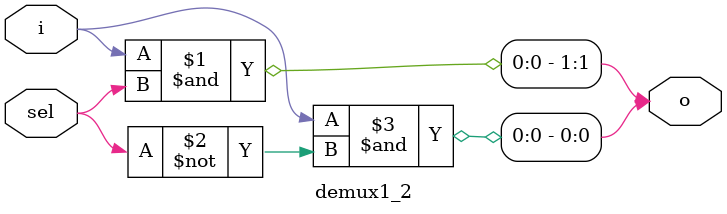
<source format=v>
module demux1_2(
input i,
input sel,
output [1:0]o
);

assign o[1]=i&sel;
assign o[0]=i&~(sel);

endmodule
</source>
